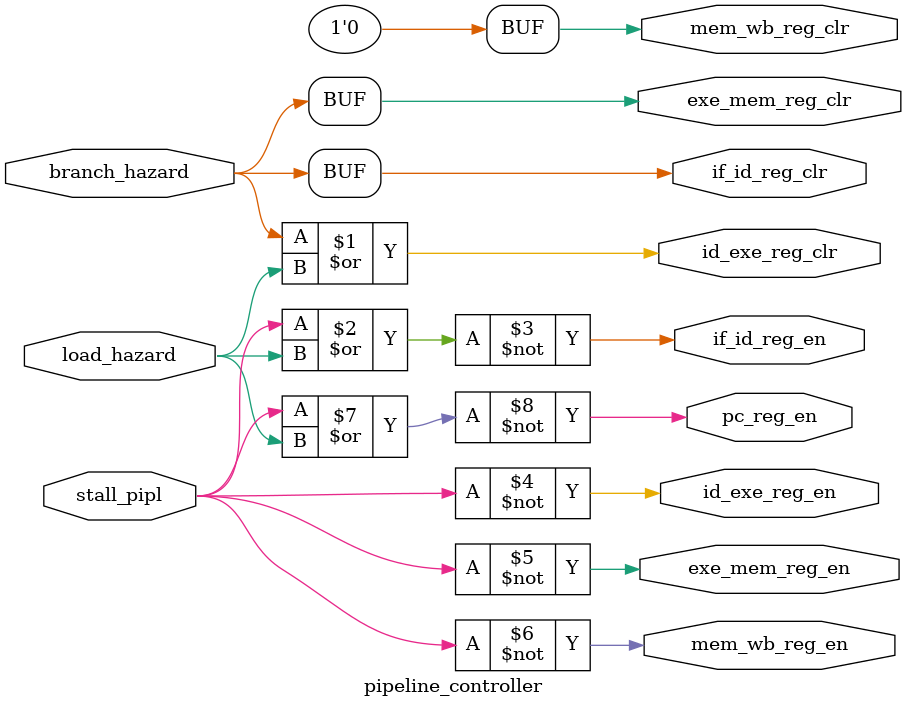
<source format=sv>
module pipeline_controller (
    input logic load_hazard,
    input logic branch_hazard,
    input logic stall_pipl,

    output logic if_id_reg_clr, 
    output logic id_exe_reg_clr,
    output logic exe_mem_reg_clr,
    output logic mem_wb_reg_clr,

    output logic if_id_reg_en, 
    output logic id_exe_reg_en,
    output logic exe_mem_reg_en,
    output logic mem_wb_reg_en,
    output logic pc_reg_en
);

    assign if_id_reg_clr = branch_hazard;
    assign id_exe_reg_clr = branch_hazard | load_hazard;
    assign exe_mem_reg_clr = branch_hazard;
    assign mem_wb_reg_clr = 1'b0; // never clear

    assign if_id_reg_en = ~(stall_pipl | load_hazard);
    assign id_exe_reg_en = ~stall_pipl;
    assign exe_mem_reg_en = ~stall_pipl;
    assign mem_wb_reg_en = ~stall_pipl;
    assign pc_reg_en = ~(stall_pipl | load_hazard);

endmodule 
</source>
